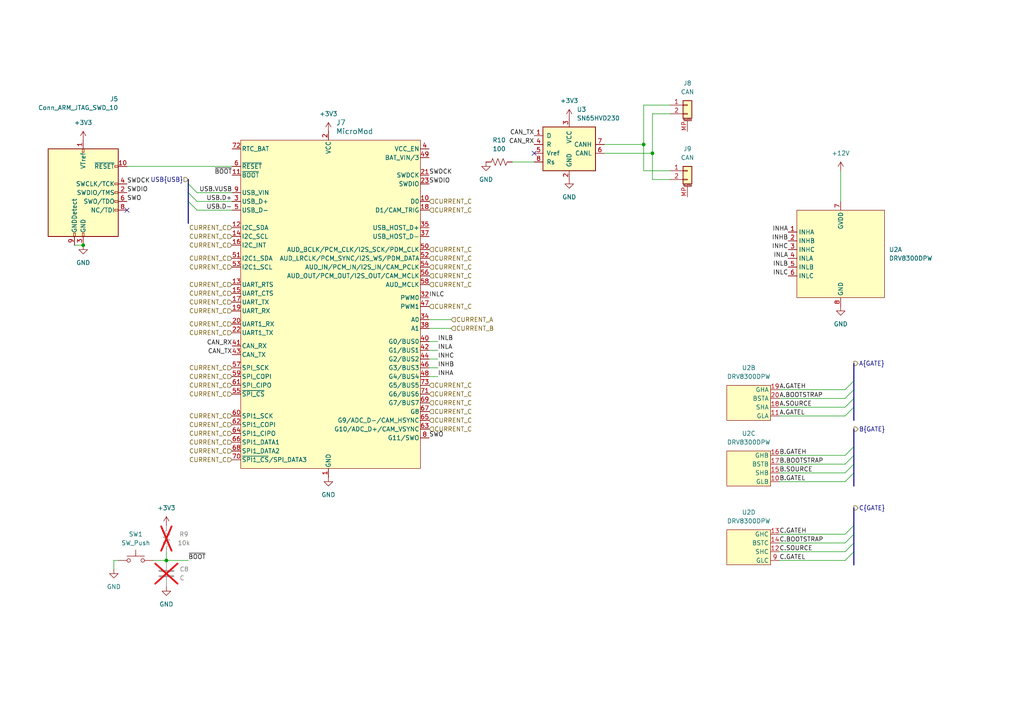
<source format=kicad_sch>
(kicad_sch (version 20231120) (generator "eeschema") (generator_version "8.0")
  (paper "A4")
  (lib_symbols
    (symbol "Connector:Conn_ARM_JTAG_SWD_10" (pin_names (offset 1.016))
      (property "Reference" "J" (at -2.54 16.51 0))
      (property "Value" "Conn_ARM_JTAG_SWD_10" (at -2.54 13.97 0))
      (symbol "Conn_ARM_JTAG_SWD_10_0_1"
        (rectangle (start -10.16 12.7) (end 10.16 -12.7) (stroke (width 0.254)) (fill (type background)))
        (rectangle (start -2.794 -12.7) (end -2.286 -11.684))
        (rectangle (start -0.254 -12.7) (end 0.254 -11.684))
        (rectangle (start -0.254 12.7) (end 0.254 11.684))
        (rectangle (start 9.144 2.286) (end 10.16 2.794))
        (rectangle (start 10.16 -2.794) (end 9.144 -2.286))
        (rectangle (start 10.16 -0.254) (end 9.144 0.254))
        (rectangle (start 10.16 7.874) (end 9.144 7.366))
      )
      (symbol "Conn_ARM_JTAG_SWD_10_1_1"
        (rectangle (start 9.144 -5.334) (end 10.16 -4.826))
        (pin power_in line (at 0 15.24 270) (length 2.54) (name "VTref") (number "1"))
        (pin open_collector line (at 12.7 7.62 180) (length 2.54) (name "~{RESET}") (number "10"))
        (pin bidirectional line (at 12.7 0 180) (length 2.54) (name "SWDIO/TMS") (number "2"))
        (pin power_in line (at 0 -15.24 90) (length 2.54) (name "GND") (number "3"))
        (pin output line (at 12.7 2.54 180) (length 2.54) (name "SWCLK/TCK") (number "4"))
        (pin passive line (at 0 -15.24 90) (length 2.54) hide (name "GND") (number "5"))
        (pin input line (at 12.7 -2.54 180) (length 2.54) (name "SWO/TDO") (number "6"))
        (pin no_connect line (at -10.16 0 0) (length 2.54) hide (name "KEY") (number "7"))
        (pin output line (at 12.7 -5.08 180) (length 2.54) (name "NC/TDI") (number "8"))
        (pin passive line (at -2.54 -15.24 90) (length 2.54) (name "GNDDetect") (number "9"))
      )
    )
    (symbol "Connector_Generic_MountingPin:Conn_01x02_MountingPin" (pin_names (offset 1.016) hide)
      (property "Reference" "J" (at 0 2.54 0))
      (property "Value" "Conn_01x02_MountingPin" (at 1.27 -5.08 0))
      (symbol "Conn_01x02_MountingPin_1_1"
        (rectangle (start -1.27 -2.413) (end 0 -2.667) (stroke (width 0.1524)))
        (rectangle (start -1.27 0.127) (end 0 -0.127) (stroke (width 0.1524)))
        (rectangle (start -1.27 1.27) (end 1.27 -3.81) (stroke (width 0.254)) (fill (type background)))
        (polyline (pts (xy -1.016 -4.572) (xy 1.016 -4.572)) (stroke (width 0.1524)))
        (text "Mounting" (at 0 -4.191 0) (effects (font (size 0.381 0.381))))
        (pin passive line (at -5.08 0 0) (length 3.81) (name "Pin_1") (number "1"))
        (pin passive line (at -5.08 -2.54 0) (length 3.81) (name "Pin_2") (number "2"))
        (pin passive line (at 0 -7.62 90) (length 3.048) (name "MountPin") (number "MP"))
      )
    )
    (symbol "Device:C" (pin_numbers hide) (pin_names (offset 0.254))
      (property "Reference" "C" (at 0.635 2.54 0))
      (property "Value" "C" (at 0.635 -2.54 0))
      (symbol "C_0_1"
        (polyline (pts (xy -2.032 -0.762) (xy 2.032 -0.762)) (stroke (width 0.508)))
        (polyline (pts (xy -2.032 0.762) (xy 2.032 0.762)) (stroke (width 0.508)))
      )
      (symbol "C_1_1"
        (pin passive line (at 0 3.81 270) (length 2.794) (name "~") (number "1"))
        (pin passive line (at 0 -3.81 90) (length 2.794) (name "~") (number "2"))
      )
    )
    (symbol "Device:R_US" (pin_numbers hide) (pin_names (offset 0))
      (property "Reference" "R" (at 2.54 0 90))
      (property "Value" "R_US" (at -2.54 0 90))
      (symbol "R_US_0_1"
        (polyline (pts (xy 0 -2.286) (xy 0 -2.54)))
        (polyline (pts (xy 0 2.286) (xy 0 2.54)))
        (polyline (pts (xy 0 -0.762) (xy 1.016 -1.143) (xy 0 -1.524) (xy -1.016 -1.905) (xy 0 -2.286)))
        (polyline (pts (xy 0 0.762) (xy 1.016 0.381) (xy 0 0) (xy -1.016 -0.381) (xy 0 -0.762)))
        (polyline (pts (xy 0 2.286) (xy 1.016 1.905) (xy 0 1.524) (xy -1.016 1.143) (xy 0 0.762)))
      )
      (symbol "R_US_1_1"
        (pin passive line (at 0 3.81 270) (length 1.27) (name "~") (number "1"))
        (pin passive line (at 0 -3.81 90) (length 1.27) (name "~") (number "2"))
      )
    )
    (symbol "Interface_CAN_LIN:SN65HVD230" (pin_names (offset 1.016))
      (property "Reference" "U" (at -2.54 10.16 0))
      (property "Value" "SN65HVD230" (at -2.54 7.62 0))
      (symbol "SN65HVD230_0_1"
        (rectangle (start -7.62 5.08) (end 7.62 -7.62) (stroke (width 0.254)) (fill (type background)))
      )
      (symbol "SN65HVD230_1_1"
        (pin input line (at -10.16 2.54 0) (length 2.54) (name "D") (number "1"))
        (pin power_in line (at 0 -10.16 90) (length 2.54) (name "GND") (number "2"))
        (pin power_in line (at 0 7.62 270) (length 2.54) (name "VCC") (number "3"))
        (pin output line (at -10.16 0 0) (length 2.54) (name "R") (number "4"))
        (pin output line (at -10.16 -2.54 0) (length 2.54) (name "Vref") (number "5"))
        (pin bidirectional line (at 10.16 -2.54 180) (length 2.54) (name "CANL") (number "6"))
        (pin bidirectional line (at 10.16 0 180) (length 2.54) (name "CANH") (number "7"))
        (pin input line (at -10.16 -5.08 0) (length 2.54) (name "Rs") (number "8"))
      )
    )
    (symbol "SJSU_common:MicroMod" (pin_names (offset 0.254))
      (property "Reference" "J" (at 16.256 12.7 0))
      (property "Value" "MicroMod" (at 16.51 10.16 0))
      (symbol "MicroMod_1_1"
        (rectangle (start -8.89 2.54) (end 43.18 -92.71) (fill (type background)))
        (pin power_out line (at 16.51 -95.25 90) (length 2.54) (name "GND") (number "1"))
        (pin bidirectional line (at 45.72 -15.24 180) (length 2.54) (name "D0") (number "10"))
        (pin open_collector line (at -11.43 -7.62 0) (length 2.54) (name "~{BOOT}") (number "11"))
        (pin bidirectional line (at -11.43 -22.86 0) (length 2.54) (name "I2C_SDA") (number "12"))
        (pin output line (at -11.43 -39.37 0) (length 2.54) (name "UART_RTS") (number "13"))
        (pin bidirectional line (at -11.43 -25.4 0) (length 2.54) (name "I2C_SCL") (number "14"))
        (pin input line (at -11.43 -41.91 0) (length 2.54) (name "UART_CTS") (number "15"))
        (pin open_collector line (at -11.43 -27.94 0) (length 2.54) (name "I2C_INT") (number "16"))
        (pin output line (at -11.43 -44.45 0) (length 2.54) (name "UART_TX") (number "17"))
        (pin bidirectional line (at 45.72 -17.78 180) (length 2.54) (name "D1/CAM_TRIG") (number "18"))
        (pin input line (at -11.43 -46.99 0) (length 2.54) (name "UART_RX") (number "19"))
        (pin power_in line (at 16.51 5.08 270) (length 2.54) (name "VCC") (number "2"))
        (pin input line (at -11.43 -50.8 0) (length 2.54) (name "UART1_RX") (number "20"))
        (pin input line (at 45.72 -7.62 180) (length 2.54) (name "SWDCK") (number "21"))
        (pin output line (at -11.43 -53.34 0) (length 2.54) (name "UART1_TX") (number "22"))
        (pin output line (at 45.72 -10.16 180) (length 2.54) (name "SWDIO") (number "23"))
        (pin bidirectional line (at -11.43 -15.24 0) (length 2.54) (name "USB_D+") (number "3"))
        (pin output line (at 45.72 -43.18 180) (length 2.54) (name "PWM0") (number "32"))
        (pin power_out line (at 16.51 -95.25 90) (length 2.54) hide (name "GND") (number "33"))
        (pin output line (at 45.72 -49.53 180) (length 2.54) (name "A0") (number "34"))
        (pin bidirectional line (at 45.72 -22.86 180) (length 2.54) (name "USB_HOST_D+") (number "35"))
        (pin power_out line (at 16.51 -95.25 90) (length 2.54) hide (name "GND") (number "36"))
        (pin bidirectional line (at 45.72 -25.4 180) (length 2.54) (name "USB_HOST_D-") (number "37"))
        (pin output line (at 45.72 -52.07 180) (length 2.54) (name "A1") (number "38"))
        (pin power_out line (at 16.51 -95.25 90) (length 2.54) hide (name "GND") (number "39"))
        (pin output line (at 45.72 0 180) (length 2.54) (name "VCC_EN") (number "4"))
        (pin bidirectional line (at 45.72 -55.88 180) (length 2.54) (name "G0/BUS0") (number "40"))
        (pin input line (at -11.43 -57.15 0) (length 2.54) (name "CAN_RX") (number "41"))
        (pin bidirectional line (at 45.72 -58.42 180) (length 2.54) (name "G1/BUS1") (number "42"))
        (pin output line (at -11.43 -59.69 0) (length 2.54) (name "CAN_TX") (number "43"))
        (pin bidirectional line (at 45.72 -60.96 180) (length 2.54) (name "G2/BUS2") (number "44"))
        (pin power_out line (at 16.51 -95.25 90) (length 2.54) hide (name "GND") (number "45"))
        (pin bidirectional line (at 45.72 -63.5 180) (length 2.54) (name "G3/BUS3") (number "46"))
        (pin output line (at 45.72 -45.72 180) (length 2.54) (name "PWM1") (number "47"))
        (pin bidirectional line (at 45.72 -66.04 180) (length 2.54) (name "G4/BUS4") (number "48"))
        (pin input line (at 45.72 -2.54 180) (length 2.54) (name "BAT_VIN/3") (number "49"))
        (pin bidirectional line (at -11.43 -17.78 0) (length 2.54) (name "USB_D-") (number "5"))
        (pin bidirectional line (at 45.72 -29.21 180) (length 2.54) (name "AUD_BCLK/PCM_CLK/I2S_SCK/PDM_CLK") (number "50"))
        (pin bidirectional line (at -11.43 -31.75 0) (length 2.54) (name "I2C1_SDA") (number "51"))
        (pin bidirectional line (at 45.72 -31.75 180) (length 2.54) (name "AUD_LRCLK/PCM_SYNC/I2S_WS/PDM_DATA") (number "52"))
        (pin bidirectional line (at -11.43 -34.29 0) (length 2.54) (name "I2C1_SCL") (number "53"))
        (pin input line (at 45.72 -34.29 180) (length 2.54) (name "AUD_IN/PCM_IN/I2S_IN/CAM_PCLK") (number "54"))
        (pin output line (at -11.43 -71.12 0) (length 2.54) (name "~{SPI_CS}") (number "55"))
        (pin output line (at 45.72 -36.83 180) (length 2.54) (name "AUD_OUT/PCM_OUT/I2S_OUT/CAM_MCLK") (number "56"))
        (pin output line (at -11.43 -63.5 0) (length 2.54) (name "SPI_SCK") (number "57"))
        (pin output line (at 45.72 -39.37 180) (length 2.54) (name "AUD_MCLK") (number "58"))
        (pin output line (at -11.43 -66.04 0) (length 2.54) (name "SPI_COPI") (number "59"))
        (pin open_collector line (at -11.43 -5.08 0) (length 2.54) (name "~{RESET}") (number "6"))
        (pin output line (at -11.43 -77.47 0) (length 2.54) (name "SPI1_SCK") (number "60"))
        (pin output line (at -11.43 -68.58 0) (length 2.54) (name "SPI_CIPO") (number "61"))
        (pin output line (at -11.43 -80.01 0) (length 2.54) (name "SPI1_COPI") (number "62"))
        (pin bidirectional line (at 45.72 -81.28 180) (length 2.54) (name "G10/ADC_D+/CAM_VSYNC") (number "63"))
        (pin output line (at -11.43 -82.55 0) (length 2.54) (name "SPI1_CIPO") (number "64"))
        (pin bidirectional line (at 45.72 -78.74 180) (length 2.54) (name "G9/ADC_D-/CAM_HSYNC") (number "65"))
        (pin output line (at -11.43 -85.09 0) (length 2.54) (name "SPI1_DATA1") (number "66"))
        (pin bidirectional line (at 45.72 -76.2 180) (length 2.54) (name "G8") (number "67"))
        (pin output line (at -11.43 -87.63 0) (length 2.54) (name "SPI1_DATA2") (number "68"))
        (pin bidirectional line (at 45.72 -73.66 180) (length 2.54) (name "G7/BUS7") (number "69"))
        (pin power_out line (at 16.51 -95.25 90) (length 2.54) hide (name "GND") (number "7"))
        (pin bidirectional line (at -11.43 -90.17 0) (length 2.54) (name "~{SPI1_CS}/SPI_DATA3") (number "70"))
        (pin bidirectional line (at 45.72 -71.12 180) (length 2.54) (name "G6/BUS6") (number "71"))
        (pin power_in line (at -11.43 0 0) (length 2.54) (name "RTC_BAT") (number "72"))
        (pin bidirectional line (at 45.72 -68.58 180) (length 2.54) (name "G5/BUS5") (number "73"))
        (pin power_in line (at 16.51 5.08 270) (length 2.54) hide (name "VCC") (number "74"))
        (pin power_out line (at 16.51 -95.25 90) (length 2.54) hide (name "GND") (number "75"))
        (pin bidirectional line (at 45.72 -83.82 180) (length 2.54) (name "G11/SWO") (number "8"))
        (pin power_in line (at -11.43 -12.7 0) (length 2.54) (name "USB_VIN") (number "9"))
        (pin power_out line (at 16.51 -95.25 90) (length 2.54) hide (name "GND") (number "S1"))
        (pin power_out line (at 16.51 -95.25 90) (length 2.54) hide (name "GND") (number "S2"))
        (pin power_out line (at 16.51 -95.25 90) (length 2.54) hide (name "GND") (number "S3"))
      )
      (symbol "MicroMod_1_2"
        (polyline (pts (xy 5.08 -86.36) (xy 12.7 -86.36)) (stroke (width 0.127)))
        (polyline (pts (xy 5.08 2.54) (xy 5.08 -86.36)) (stroke (width 0.127)))
        (polyline (pts (xy 7.62 -83.82) (xy 5.08 -83.82)) (stroke (width 0.127)))
        (polyline (pts (xy 7.62 -83.82) (xy 8.89 -84.6667)) (stroke (width 0.127)))
        (polyline (pts (xy 7.62 -83.82) (xy 8.89 -82.9733)) (stroke (width 0.127)))
        (polyline (pts (xy 7.62 -81.28) (xy 5.08 -81.28)) (stroke (width 0.127)))
        (polyline (pts (xy 7.62 -81.28) (xy 8.89 -82.1267)) (stroke (width 0.127)))
        (polyline (pts (xy 7.62 -81.28) (xy 8.89 -80.4333)) (stroke (width 0.127)))
        (polyline (pts (xy 7.62 -78.74) (xy 5.08 -78.74)) (stroke (width 0.127)))
        (polyline (pts (xy 7.62 -78.74) (xy 8.89 -79.5867)) (stroke (width 0.127)))
        (polyline (pts (xy 7.62 -78.74) (xy 8.89 -77.8933)) (stroke (width 0.127)))
        (polyline (pts (xy 7.62 -76.2) (xy 5.08 -76.2)) (stroke (width 0.127)))
        (polyline (pts (xy 7.62 -76.2) (xy 8.89 -77.0467)) (stroke (width 0.127)))
        (polyline (pts (xy 7.62 -76.2) (xy 8.89 -75.3533)) (stroke (width 0.127)))
        (polyline (pts (xy 7.62 -73.66) (xy 5.08 -73.66)) (stroke (width 0.127)))
        (polyline (pts (xy 7.62 -73.66) (xy 8.89 -74.5067)) (stroke (width 0.127)))
        (polyline (pts (xy 7.62 -73.66) (xy 8.89 -72.8133)) (stroke (width 0.127)))
        (polyline (pts (xy 7.62 -71.12) (xy 5.08 -71.12)) (stroke (width 0.127)))
        (polyline (pts (xy 7.62 -71.12) (xy 8.89 -71.9667)) (stroke (width 0.127)))
        (polyline (pts (xy 7.62 -71.12) (xy 8.89 -70.2733)) (stroke (width 0.127)))
        (polyline (pts (xy 7.62 -68.58) (xy 5.08 -68.58)) (stroke (width 0.127)))
        (polyline (pts (xy 7.62 -68.58) (xy 8.89 -69.4267)) (stroke (width 0.127)))
        (polyline (pts (xy 7.62 -68.58) (xy 8.89 -67.7333)) (stroke (width 0.127)))
        (polyline (pts (xy 7.62 -66.04) (xy 5.08 -66.04)) (stroke (width 0.127)))
        (polyline (pts (xy 7.62 -66.04) (xy 8.89 -66.8867)) (stroke (width 0.127)))
        (polyline (pts (xy 7.62 -66.04) (xy 8.89 -65.1933)) (stroke (width 0.127)))
        (polyline (pts (xy 7.62 -63.5) (xy 5.08 -63.5)) (stroke (width 0.127)))
        (polyline (pts (xy 7.62 -63.5) (xy 8.89 -64.3467)) (stroke (width 0.127)))
        (polyline (pts (xy 7.62 -63.5) (xy 8.89 -62.6533)) (stroke (width 0.127)))
        (polyline (pts (xy 7.62 -60.96) (xy 5.08 -60.96)) (stroke (width 0.127)))
        (polyline (pts (xy 7.62 -60.96) (xy 8.89 -61.8067)) (stroke (width 0.127)))
        (polyline (pts (xy 7.62 -60.96) (xy 8.89 -60.1133)) (stroke (width 0.127)))
        (polyline (pts (xy 7.62 -58.42) (xy 5.08 -58.42)) (stroke (width 0.127)))
        (polyline (pts (xy 7.62 -58.42) (xy 8.89 -59.2667)) (stroke (width 0.127)))
        (polyline (pts (xy 7.62 -58.42) (xy 8.89 -57.5733)) (stroke (width 0.127)))
        (polyline (pts (xy 7.62 -55.88) (xy 5.08 -55.88)) (stroke (width 0.127)))
        (polyline (pts (xy 7.62 -55.88) (xy 8.89 -56.7267)) (stroke (width 0.127)))
        (polyline (pts (xy 7.62 -55.88) (xy 8.89 -55.0333)) (stroke (width 0.127)))
        (polyline (pts (xy 7.62 -53.34) (xy 5.08 -53.34)) (stroke (width 0.127)))
        (polyline (pts (xy 7.62 -53.34) (xy 8.89 -54.1867)) (stroke (width 0.127)))
        (polyline (pts (xy 7.62 -53.34) (xy 8.89 -52.4933)) (stroke (width 0.127)))
        (polyline (pts (xy 7.62 -50.8) (xy 5.08 -50.8)) (stroke (width 0.127)))
        (polyline (pts (xy 7.62 -50.8) (xy 8.89 -51.6467)) (stroke (width 0.127)))
        (polyline (pts (xy 7.62 -50.8) (xy 8.89 -49.9533)) (stroke (width 0.127)))
        (polyline (pts (xy 7.62 -48.26) (xy 5.08 -48.26)) (stroke (width 0.127)))
        (polyline (pts (xy 7.62 -48.26) (xy 8.89 -49.1067)) (stroke (width 0.127)))
        (polyline (pts (xy 7.62 -48.26) (xy 8.89 -47.4133)) (stroke (width 0.127)))
        (polyline (pts (xy 7.62 -45.72) (xy 5.08 -45.72)) (stroke (width 0.127)))
        (polyline (pts (xy 7.62 -45.72) (xy 8.89 -46.5667)) (stroke (width 0.127)))
        (polyline (pts (xy 7.62 -45.72) (xy 8.89 -44.8733)) (stroke (width 0.127)))
        (polyline (pts (xy 7.62 -43.18) (xy 5.08 -43.18)) (stroke (width 0.127)))
        (polyline (pts (xy 7.62 -43.18) (xy 8.89 -44.0267)) (stroke (width 0.127)))
        (polyline (pts (xy 7.62 -43.18) (xy 8.89 -42.3333)) (stroke (width 0.127)))
        (polyline (pts (xy 7.62 -40.64) (xy 5.08 -40.64)) (stroke (width 0.127)))
        (polyline (pts (xy 7.62 -40.64) (xy 8.89 -41.4867)) (stroke (width 0.127)))
        (polyline (pts (xy 7.62 -40.64) (xy 8.89 -39.7933)) (stroke (width 0.127)))
        (polyline (pts (xy 7.62 -38.1) (xy 5.08 -38.1)) (stroke (width 0.127)))
        (polyline (pts (xy 7.62 -38.1) (xy 8.89 -38.9467)) (stroke (width 0.127)))
        (polyline (pts (xy 7.62 -38.1) (xy 8.89 -37.2533)) (stroke (width 0.127)))
        (polyline (pts (xy 7.62 -35.56) (xy 5.08 -35.56)) (stroke (width 0.127)))
        (polyline (pts (xy 7.62 -35.56) (xy 8.89 -36.4067)) (stroke (width 0.127)))
        (polyline (pts (xy 7.62 -35.56) (xy 8.89 -34.7133)) (stroke (width 0.127)))
        (polyline (pts (xy 7.62 -33.02) (xy 5.08 -33.02)) (stroke (width 0.127)))
        (polyline (pts (xy 7.62 -33.02) (xy 8.89 -33.8667)) (stroke (width 0.127)))
        (polyline (pts (xy 7.62 -33.02) (xy 8.89 -32.1733)) (stroke (width 0.127)))
        (polyline (pts (xy 7.62 -30.48) (xy 5.08 -30.48)) (stroke (width 0.127)))
        (polyline (pts (xy 7.62 -30.48) (xy 8.89 -31.3267)) (stroke (width 0.127)))
        (polyline (pts (xy 7.62 -30.48) (xy 8.89 -29.6333)) (stroke (width 0.127)))
        (polyline (pts (xy 7.62 -27.94) (xy 5.08 -27.94)) (stroke (width 0.127)))
        (polyline (pts (xy 7.62 -27.94) (xy 8.89 -28.7867)) (stroke (width 0.127)))
        (polyline (pts (xy 7.62 -27.94) (xy 8.89 -27.0933)) (stroke (width 0.127)))
        (polyline (pts (xy 7.62 -25.4) (xy 5.08 -25.4)) (stroke (width 0.127)))
        (polyline (pts (xy 7.62 -25.4) (xy 8.89 -26.2467)) (stroke (width 0.127)))
        (polyline (pts (xy 7.62 -25.4) (xy 8.89 -24.5533)) (stroke (width 0.127)))
        (polyline (pts (xy 7.62 -22.86) (xy 5.08 -22.86)) (stroke (width 0.127)))
        (polyline (pts (xy 7.62 -22.86) (xy 8.89 -23.7067)) (stroke (width 0.127)))
        (polyline (pts (xy 7.62 -22.86) (xy 8.89 -22.0133)) (stroke (width 0.127)))
        (polyline (pts (xy 7.62 -20.32) (xy 5.08 -20.32)) (stroke (width 0.127)))
        (polyline (pts (xy 7.62 -20.32) (xy 8.89 -21.1667)) (stroke (width 0.127)))
        (polyline (pts (xy 7.62 -20.32) (xy 8.89 -19.4733)) (stroke (width 0.127)))
        (polyline (pts (xy 7.62 -17.78) (xy 5.08 -17.78)) (stroke (width 0.127)))
        (polyline (pts (xy 7.62 -17.78) (xy 8.89 -18.6267)) (stroke (width 0.127)))
        (polyline (pts (xy 7.62 -17.78) (xy 8.89 -16.9333)) (stroke (width 0.127)))
        (polyline (pts (xy 7.62 -15.24) (xy 5.08 -15.24)) (stroke (width 0.127)))
        (polyline (pts (xy 7.62 -15.24) (xy 8.89 -16.0867)) (stroke (width 0.127)))
        (polyline (pts (xy 7.62 -15.24) (xy 8.89 -14.3933)) (stroke (width 0.127)))
        (polyline (pts (xy 7.62 -12.7) (xy 5.08 -12.7)) (stroke (width 0.127)))
        (polyline (pts (xy 7.62 -12.7) (xy 8.89 -13.5467)) (stroke (width 0.127)))
        (polyline (pts (xy 7.62 -12.7) (xy 8.89 -11.8533)) (stroke (width 0.127)))
        (polyline (pts (xy 7.62 -10.16) (xy 5.08 -10.16)) (stroke (width 0.127)))
        (polyline (pts (xy 7.62 -10.16) (xy 8.89 -11.0067)) (stroke (width 0.127)))
        (polyline (pts (xy 7.62 -10.16) (xy 8.89 -9.3133)) (stroke (width 0.127)))
        (polyline (pts (xy 7.62 -7.62) (xy 5.08 -7.62)) (stroke (width 0.127)))
        (polyline (pts (xy 7.62 -7.62) (xy 8.89 -8.4667)) (stroke (width 0.127)))
        (polyline (pts (xy 7.62 -7.62) (xy 8.89 -6.7733)) (stroke (width 0.127)))
        (polyline (pts (xy 7.62 -5.08) (xy 5.08 -5.08)) (stroke (width 0.127)))
        (polyline (pts (xy 7.62 -5.08) (xy 8.89 -5.9267)) (stroke (width 0.127)))
        (polyline (pts (xy 7.62 -5.08) (xy 8.89 -4.2333)) (stroke (width 0.127)))
        (polyline (pts (xy 7.62 -2.54) (xy 5.08 -2.54)) (stroke (width 0.127)))
        (polyline (pts (xy 7.62 -2.54) (xy 8.89 -3.3867)) (stroke (width 0.127)))
        (polyline (pts (xy 7.62 -2.54) (xy 8.89 -1.6933)) (stroke (width 0.127)))
        (polyline (pts (xy 7.62 0) (xy 5.08 0)) (stroke (width 0.127)))
        (polyline (pts (xy 7.62 0) (xy 8.89 -0.8467)) (stroke (width 0.127)))
        (polyline (pts (xy 7.62 0) (xy 8.89 0.8467)) (stroke (width 0.127)))
        (polyline (pts (xy 12.7 -86.36) (xy 12.7 2.54)) (stroke (width 0.127)))
        (polyline (pts (xy 12.7 2.54) (xy 5.08 2.54)) (stroke (width 0.127)))
      )
    )
    (symbol "Switch:SW_Push" (pin_numbers hide) (pin_names (offset 1.016) hide)
      (property "Reference" "SW" (at 1.27 2.54 0))
      (property "Value" "SW_Push" (at 0 -1.524 0))
      (symbol "SW_Push_0_1"
        (circle (center -2.032 0) (radius 0.508))
        (polyline (pts (xy 0 1.27) (xy 0 3.048)))
        (polyline (pts (xy 2.54 1.27) (xy -2.54 1.27)))
        (circle (center 2.032 0) (radius 0.508))
        (pin passive line (at -5.08 0 0) (length 2.54) (name "1") (number "1"))
        (pin passive line (at 5.08 0 180) (length 2.54) (name "2") (number "2"))
      )
    )
    (symbol "power:+12V" (power) (pin_numbers hide) (pin_names (offset 0) hide)
      (property "Value" "+12V" (at 0 3.556 0))
      (symbol "+12V_0_1"
        (polyline (pts (xy -0.762 1.27) (xy 0 2.54)))
        (polyline (pts (xy 0 0) (xy 0 2.54)))
        (polyline (pts (xy 0 2.54) (xy 0.762 1.27)))
      )
      (symbol "+12V_1_1"
        (pin power_in line (at 0 0 90) (length 0) (name "~") (number "1"))
      )
    )
    (symbol "power:+3V3" (power) (pin_numbers hide) (pin_names (offset 0) hide)
      (property "Value" "+3V3" (at 0 3.556 0))
      (symbol "+3V3_0_1"
        (polyline (pts (xy -0.762 1.27) (xy 0 2.54)))
        (polyline (pts (xy 0 0) (xy 0 2.54)))
        (polyline (pts (xy 0 2.54) (xy 0.762 1.27)))
      )
      (symbol "+3V3_1_1"
        (pin power_in line (at 0 0 90) (length 0) (name "~") (number "1"))
      )
    )
    (symbol "power:GND" (power) (pin_numbers hide) (pin_names (offset 0) hide)
      (property "Value" "GND" (at 0 -3.81 0))
      (symbol "GND_0_1"
        (polyline (pts (xy 0 0) (xy 0 -1.27) (xy 1.27 -1.27) (xy 0 -2.54) (xy -1.27 -1.27) (xy 0 -1.27)))
      )
      (symbol "GND_1_1"
        (pin power_in line (at 0 0 270) (length 0) (name "~") (number "1"))
      )
    )
    (symbol "symbols:DRV8300DPWR"
      (property "Reference" "U" (at 0.254 6.858 0))
      (property "Value" "DRV8300DRGER" (at 0.254 5.08 0))
      (symbol "DRV8300DPWR_1_1"
        (rectangle (start -12.7 3.81) (end 12.7 -21.59) (fill (type background)))
        (pin input line (at -15.24 -2.54 0) (length 2.54) (name "INHA") (number "1"))
        (pin input line (at -15.24 -5.08 0) (length 2.54) (name "INHB") (number "2"))
        (pin input line (at -15.24 -7.62 0) (length 2.54) (name "INHC") (number "3"))
        (pin input line (at -15.24 -10.16 0) (length 2.54) (name "INLA") (number "4"))
        (pin input line (at -15.24 -12.7 0) (length 2.54) (name "INLB") (number "5"))
        (pin input line (at -15.24 -15.24 0) (length 2.54) (name "INLC") (number "6"))
        (pin power_in line (at 0 6.35 270) (length 2.54) (name "GVDD") (number "7"))
        (pin power_out line (at 0 -24.13 90) (length 2.54) (name "GND") (number "8"))
      )
      (symbol "DRV8300DPWR_2_1"
        (rectangle (start -6.35 2.54) (end 6.35 -7.62) (fill (type background)))
        (pin output line (at 8.89 -6.35 180) (length 2.54) (name "GLA") (number "11"))
        (pin output line (at 8.89 -3.81 180) (length 2.54) (name "SHA") (number "18"))
        (pin output line (at 8.89 1.27 180) (length 2.54) (name "GHA") (number "19"))
        (pin output line (at 8.89 -1.27 180) (length 2.54) (name "BSTA") (number "20"))
      )
      (symbol "DRV8300DPWR_3_1"
        (rectangle (start -6.35 2.54) (end 6.35 -7.62) (fill (type background)))
        (pin output line (at 8.89 -6.35 180) (length 2.54) (name "GLB") (number "10"))
        (pin output line (at 8.89 -3.81 180) (length 2.54) (name "SHB") (number "15"))
        (pin output line (at 8.89 1.27 180) (length 2.54) (name "GHB") (number "16"))
        (pin output line (at 8.89 -1.27 180) (length 2.54) (name "BSTB") (number "17"))
      )
      (symbol "DRV8300DPWR_4_1"
        (rectangle (start -6.35 2.54) (end 6.35 -7.62) (fill (type background)))
        (pin output line (at 8.89 -3.81 180) (length 2.54) (name "SHC") (number "12"))
        (pin output line (at 8.89 1.27 180) (length 2.54) (name "GHC") (number "13"))
        (pin output line (at 8.89 -1.27 180) (length 2.54) (name "BSTC") (number "14"))
        (pin output line (at 8.89 -6.35 180) (length 2.54) (name "GLC") (number "9"))
      )
    )
  )
  (bus_alias "GATEBUS" (members "AH" "AL" "BH" "BL" "CH" "CL"))
  (junction (at 189.23 44.45))
  (junction (at 48.26 162.56))
  (junction (at 24.13 71.12))
  (junction (at 186.69 41.91))
  (no_connect (at 154.94 44.45))
  (no_connect (at 36.83 60.96))
  (bus_entry (at 247.65 137.16) (size -2.54 2.54))
  (bus_entry (at 247.65 129.54) (size -2.54 2.54))
  (bus_entry (at 247.65 152.4) (size -2.54 2.54))
  (bus_entry (at 247.65 160.02) (size -2.54 2.54))
  (bus_entry (at 247.65 132.08) (size -2.54 2.54))
  (bus_entry (at 247.65 154.94) (size -2.54 2.54))
  (bus_entry (at 247.65 115.57) (size -2.54 2.54))
  (bus_entry (at 247.65 113.03) (size -2.54 2.54))
  (bus_entry (at 54.61 58.42) (size 2.54 2.54))
  (bus_entry (at 247.65 118.11) (size -2.54 2.54))
  (bus_entry (at 54.61 55.88) (size 2.54 2.54))
  (bus_entry (at 247.65 110.49) (size -2.54 2.54))
  (bus_entry (at 247.65 157.48) (size -2.54 2.54))
  (bus_entry (at 247.65 134.62) (size -2.54 2.54))
  (bus_entry (at 54.61 53.34) (size 2.54 2.54))
  (wire (pts (xy 36.83 48.26) (xy 67.31 48.26)))
  (bus (pts (xy 54.61 52.07) (xy 54.61 53.34)))
  (bus (pts (xy 247.65 157.48) (xy 247.65 160.02)))
  (wire (pts (xy 175.26 41.91) (xy 186.69 41.91)))
  (wire (pts (xy 67.31 55.88) (xy 57.15 55.88)))
  (wire (pts (xy 189.23 44.45) (xy 189.23 52.07)))
  (wire (pts (xy 194.31 33.02) (xy 189.23 33.02)))
  (wire (pts (xy 127 106.68) (xy 124.46 106.68)))
  (wire (pts (xy 124.46 95.25) (xy 130.81 95.25)))
  (wire (pts (xy 189.23 52.07) (xy 194.31 52.07)))
  (wire (pts (xy 226.06 139.7) (xy 245.11 139.7)))
  (bus (pts (xy 247.65 124.46) (xy 247.65 129.54)))
  (wire (pts (xy 226.06 157.48) (xy 245.11 157.48)))
  (wire (pts (xy 21.59 71.12) (xy 24.13 71.12)))
  (bus (pts (xy 54.61 53.34) (xy 54.61 55.88)))
  (bus (pts (xy 247.65 113.03) (xy 247.65 115.57)))
  (wire (pts (xy 226.06 113.03) (xy 245.11 113.03)))
  (wire (pts (xy 194.31 30.48) (xy 186.69 30.48)))
  (wire (pts (xy 33.02 162.56) (xy 34.29 162.56)))
  (wire (pts (xy 243.84 49.53) (xy 243.84 58.42)))
  (wire (pts (xy 186.69 41.91) (xy 186.69 49.53)))
  (bus (pts (xy 247.65 147.32) (xy 247.65 152.4)))
  (wire (pts (xy 226.06 160.02) (xy 245.11 160.02)))
  (wire (pts (xy 226.06 154.94) (xy 245.11 154.94)))
  (bus (pts (xy 247.65 137.16) (xy 247.65 140.97)))
  (bus (pts (xy 247.65 118.11) (xy 247.65 121.92)))
  (wire (pts (xy 226.06 137.16) (xy 245.11 137.16)))
  (wire (pts (xy 226.06 115.57) (xy 245.11 115.57)))
  (bus (pts (xy 54.61 58.42) (xy 54.61 64.77)))
  (wire (pts (xy 127 104.14) (xy 124.46 104.14)))
  (wire (pts (xy 48.26 162.56) (xy 44.45 162.56)))
  (wire (pts (xy 189.23 33.02) (xy 189.23 44.45)))
  (bus (pts (xy 247.65 152.4) (xy 247.65 154.94)))
  (bus (pts (xy 247.65 110.49) (xy 247.65 113.03)))
  (wire (pts (xy 67.31 60.96) (xy 57.15 60.96)))
  (wire (pts (xy 124.46 92.71) (xy 130.81 92.71)))
  (wire (pts (xy 226.06 132.08) (xy 245.11 132.08)))
  (bus (pts (xy 54.61 55.88) (xy 54.61 58.42)))
  (bus (pts (xy 247.65 115.57) (xy 247.65 118.11)))
  (wire (pts (xy 33.02 165.1) (xy 33.02 162.56)))
  (wire (pts (xy 226.06 162.56) (xy 245.11 162.56)))
  (bus (pts (xy 247.65 132.08) (xy 247.65 134.62)))
  (bus (pts (xy 247.65 134.62) (xy 247.65 137.16)))
  (wire (pts (xy 67.31 58.42) (xy 57.15 58.42)))
  (wire (pts (xy 226.06 118.11) (xy 245.11 118.11)))
  (bus (pts (xy 247.65 129.54) (xy 247.65 132.08)))
  (wire (pts (xy 226.06 134.62) (xy 245.11 134.62)))
  (wire (pts (xy 226.06 120.65) (xy 245.11 120.65)))
  (bus (pts (xy 247.65 154.94) (xy 247.65 157.48)))
  (bus (pts (xy 247.65 105.41) (xy 247.65 110.49)))
  (wire (pts (xy 48.26 160.02) (xy 48.26 162.56)))
  (wire (pts (xy 127 109.22) (xy 124.46 109.22)))
  (wire (pts (xy 186.69 49.53) (xy 194.31 49.53)))
  (wire (pts (xy 54.61 162.56) (xy 48.26 162.56)))
  (bus (pts (xy 247.65 160.02) (xy 247.65 163.83)))
  (wire (pts (xy 175.26 44.45) (xy 189.23 44.45)))
  (wire (pts (xy 127 101.6) (xy 124.46 101.6)))
  (wire (pts (xy 186.69 30.48) (xy 186.69 41.91)))
  (wire (pts (xy 127 99.06) (xy 124.46 99.06)))
  (wire (pts (xy 148.59 46.99) (xy 154.94 46.99)))
  (label "B.BOOTSTRAP" (at 226.06 134.62 0))
  (label "INLB" (at 127 99.06 0))
  (label "SWDIO" (at 36.83 55.88 0))
  (label "INHB" (at 127 106.68 0))
  (label "SWDCK" (at 124.46 50.8 0))
  (label "A.SOURCE" (at 226.06 118.11 0))
  (label "USB.D+" (at 67.31 58.42 180))
  (label "C.BOOTSTRAP" (at 226.06 157.48 0))
  (label "INLC" (at 228.6 80.01 180))
  (label "SWO" (at 124.46 127 0))
  (label "SWO" (at 36.83 58.42 0))
  (label "C.SOURCE" (at 226.06 160.02 0))
  (label "~{BOOT}" (at 54.61 162.56 0))
  (label "A.GATEL" (at 226.06 120.65 0))
  (label "C.GATEH" (at 226.06 154.94 0))
  (label "C.GATEL" (at 226.06 162.56 0))
  (label "INHB" (at 228.6 69.85 180))
  (label "INHC" (at 228.6 72.39 180))
  (label "CAN_TX" (at 67.31 102.87 180))
  (label "CAN_RX" (at 154.94 41.91 180))
  (label "INHC" (at 127 104.14 0))
  (label "~{BOOT}" (at 67.31 50.8 180))
  (label "SWDIO" (at 124.46 53.34 0))
  (label "INLB" (at 228.6 77.47 180))
  (label "A.BOOTSTRAP" (at 226.06 115.57 0))
  (label "CAN_RX" (at 67.31 100.33 180))
  (label "INLA" (at 127 101.6 0))
  (label "SWDCK" (at 36.83 53.34 0))
  (label "INHA" (at 127 109.22 0))
  (label "B.SOURCE" (at 226.06 137.16 0))
  (label "USB.D-" (at 67.31 60.96 180))
  (label "INLC" (at 124.46 86.36 0))
  (label "B.GATEL" (at 226.06 139.7 0))
  (label "CAN_TX" (at 154.94 39.37 180))
  (label "A.GATEH" (at 226.06 113.03 0))
  (label "USB.VUSB" (at 67.31 55.88 180))
  (label "B.GATEH" (at 226.06 132.08 0))
  (label "INLA" (at 228.6 74.93 180))
  (label "INHA" (at 228.6 67.31 180))
  (hierarchical_label "C{GATE}" (shape output) (at 247.65 147.32 0))
  (hierarchical_label "CURRENT_C" (shape input) (at 124.46 124.46 0))
  (hierarchical_label "CURRENT_C" (shape input) (at 124.46 88.9 0))
  (hierarchical_label "CURRENT_C" (shape input) (at 67.31 66.04 180))
  (hierarchical_label "CURRENT_C" (shape input) (at 67.31 120.65 180))
  (hierarchical_label "CURRENT_C" (shape input) (at 124.46 77.47 0))
  (hierarchical_label "CURRENT_C" (shape input) (at 124.46 74.93 0))
  (hierarchical_label "CURRENT_C" (shape input) (at 67.31 109.22 180))
  (hierarchical_label "CURRENT_C" (shape input) (at 67.31 93.98 180))
  (hierarchical_label "CURRENT_C" (shape input) (at 67.31 87.63 180))
  (hierarchical_label "CURRENT_C" (shape input) (at 67.31 68.58 180))
  (hierarchical_label "CURRENT_C" (shape input) (at 67.31 106.68 180))
  (hierarchical_label "CURRENT_C" (shape input) (at 67.31 114.3 180))
  (hierarchical_label "CURRENT_C" (shape input) (at 67.31 71.12 180))
  (hierarchical_label "CURRENT_C" (shape input) (at 67.31 85.09 180))
  (hierarchical_label "CURRENT_C" (shape input) (at 67.31 130.81 180))
  (hierarchical_label "CURRENT_C" (shape input) (at 124.46 111.76 0))
  (hierarchical_label "CURRENT_C" (shape input) (at 67.31 125.73 180))
  (hierarchical_label "CURRENT_C" (shape input) (at 124.46 80.01 0))
  (hierarchical_label "CURRENT_C" (shape input) (at 124.46 72.39 0))
  (hierarchical_label "A{GATE}" (shape output) (at 247.65 105.41 0))
  (hierarchical_label "CURRENT_C" (shape input) (at 67.31 90.17 180))
  (hierarchical_label "CURRENT_C" (shape input) (at 124.46 60.96 0))
  (hierarchical_label "CURRENT_A" (shape input) (at 130.81 92.71 0))
  (hierarchical_label "CURRENT_C" (shape input) (at 124.46 116.84 0))
  (hierarchical_label "B{GATE}" (shape output) (at 247.65 124.46 0))
  (hierarchical_label "CURRENT_C" (shape input) (at 67.31 82.55 180))
  (hierarchical_label "CURRENT_C" (shape input) (at 67.31 77.47 180))
  (hierarchical_label "CURRENT_C" (shape input) (at 67.31 133.35 180))
  (hierarchical_label "CURRENT_C" (shape input) (at 124.46 114.3 0))
  (hierarchical_label "CURRENT_C" (shape input) (at 124.46 121.92 0))
  (hierarchical_label "CURRENT_C" (shape input) (at 67.31 111.76 180))
  (hierarchical_label "CURRENT_C" (shape input) (at 124.46 119.38 0))
  (hierarchical_label "CURRENT_C" (shape input) (at 124.46 58.42 0))
  (hierarchical_label "CURRENT_B" (shape input) (at 130.81 95.25 0))
  (hierarchical_label "CURRENT_C" (shape input) (at 67.31 74.93 180))
  (hierarchical_label "CURRENT_C" (shape input) (at 67.31 96.52 180))
  (hierarchical_label "USB{USB}" (shape input) (at 54.61 52.07 180))
  (hierarchical_label "CURRENT_C" (shape input) (at 124.46 82.55 0))
  (hierarchical_label "CURRENT_C" (shape input) (at 67.31 123.19 180))
  (hierarchical_label "CURRENT_C" (shape input) (at 67.31 128.27 180))
  (symbol (lib_id "Connector:Conn_ARM_JTAG_SWD_10") (at 24.13 55.88 0) (unit 1)
    (property "Reference" "J5" (at 34.29 28.702 0) (effects (justify right)))
    (property "Value" "Conn_ARM_JTAG_SWD_10" (at 34.29 31.242 0) (effects (justify right)))
    (property "Footprint" "Connector_PinHeader_1.27mm:PinHeader_2x05_P1.27mm_Vertical" (effects (hide yes)))
    (property "Datasheet" "http://infocenter.arm.com/help/topic/com.arm.doc.ddi0314h/DDI0314H_coresight_components_trm.pdf" (effects (hide yes)))
    (property "Description" "Cortex Debug Connector, standard ARM Cortex-M SWD and JTAG interface" (effects (hide yes)))
  )
  (symbol (lib_id "Device:R_US") (at 144.78 46.99 90) (unit 1)
    (property "Reference" "R10" (at 144.78 40.64 90))
    (property "Value" "100" (at 144.78 43.18 90))
    (property "Footprint" "Resistor_SMD:R_0603_1608Metric" (effects (hide yes)))
    (property "Description" "Resistor, US symbol" (effects (hide yes)))
  )
  (symbol (lib_id "Device:R_US") (at 48.26 156.21 0) (mirror x) (unit 1) (dnp yes)
    (property "Reference" "R9" (at 53.34 154.94 0))
    (property "Value" "10k" (at 53.34 157.48 0))
    (property "Footprint" "Resistor_SMD:R_0603_1608Metric" (effects (hide yes)))
    (property "Description" "Resistor, US symbol" (effects (hide yes)))
  )
  (symbol (lib_id "power:+3V3") (at 48.26 152.4 0) (unit 1)
    (property "Reference" "#PWR058" (effects (hide yes)))
    (property "Value" "+3V3" (at 48.26 147.32 0))
    (property "Description" "Power symbol creates a global label with name \"+3V3\"" (effects (hide yes)))
  )
  (symbol (lib_id "power:GND") (at 140.97 46.99 0) (unit 1)
    (property "Reference" "#PWR048" (effects (hide yes)))
    (property "Value" "GND" (at 140.97 52.07 0))
    (property "Description" "Power symbol creates a global label with name \"GND\" , ground" (effects (hide yes)))
  )
  (symbol (lib_id "Connector_Generic_MountingPin:Conn_01x02_MountingPin") (at 199.39 49.53 0) (unit 1)
    (property "Reference" "J9" (at 199.39 43.18 0))
    (property "Value" "CAN" (at 199.39 45.72 0))
    (property "Footprint" "Connector_JST:JST_GH_SM02B-GHS-TB_1x02-1MP_P1.25mm_Horizontal" (effects (hide yes)))
    (property "Description" "Generic connectable mounting pin connector, single row, 01x02, script generated (kicad-library-utils/schlib/autogen/connector/)" (effects (hide yes)))
  )
  (symbol (lib_id "power:GND") (at 243.84 88.9 0) (unit 1)
    (property "Reference" "#PWR037" (effects (hide yes)))
    (property "Value" "GND" (at 243.84 93.98 0))
    (property "Description" "Power symbol creates a global label with name \"GND\" , ground" (effects (hide yes)))
  )
  (symbol (lib_id "power:GND") (at 48.26 170.18 0) (unit 1)
    (property "Reference" "#PWR057" (effects (hide yes)))
    (property "Value" "GND" (at 48.26 175.26 0))
    (property "Description" "Power symbol creates a global label with name \"GND\" , ground" (effects (hide yes)))
  )
  (symbol (lib_id "symbols:DRV8300DPWR") (at 217.17 114.3 0) (unit 2)
    (property "Reference" "U2" (at 217.17 106.68 0))
    (property "Value" "DRV8300DPW" (at 217.17 109.22 0))
    (property "Footprint" "Package_SO:TSSOP-20_4.4x6.5mm_P0.65mm" (effects (hide yes)))
    (property "Datasheet" "https://www.ti.com/lit/ds/symlink/drv8300.pdf?HQS=dis-dk-null-digikeymode-dsf-pf-null-wwe&ts=1731785150070" (effects (hide yes)))
    (property "Description" "Triple half H-bridge" (effects (hide yes)))
  )
  (symbol (lib_id "symbols:DRV8300DPWR") (at 217.17 133.35 0) (unit 3)
    (property "Reference" "U2" (at 217.17 125.73 0))
    (property "Value" "DRV8300DPW" (at 217.17 128.27 0))
    (property "Footprint" "Package_SO:TSSOP-20_4.4x6.5mm_P0.65mm" (effects (hide yes)))
    (property "Datasheet" "https://www.ti.com/lit/ds/symlink/drv8300.pdf?HQS=dis-dk-null-digikeymode-dsf-pf-null-wwe&ts=1731785150070" (effects (hide yes)))
    (property "Description" "Triple half H-bridge" (effects (hide yes)))
  )
  (symbol (lib_id "power:GND") (at 33.02 165.1 0) (unit 1)
    (property "Reference" "#PWR056" (effects (hide yes)))
    (property "Value" "GND" (at 33.02 170.18 0))
    (property "Description" "Power symbol creates a global label with name \"GND\" , ground" (effects (hide yes)))
  )
  (symbol (lib_id "symbols:DRV8300DPWR") (at 243.84 64.77 0) (unit 1)
    (property "Reference" "U2" (at 257.81 72.3899 0) (effects (justify left)))
    (property "Value" "DRV8300DPW" (at 257.81 74.9299 0) (effects (justify left)))
    (property "Footprint" "Package_SO:TSSOP-20_4.4x6.5mm_P0.65mm" (effects (hide yes)))
    (property "Datasheet" "https://www.ti.com/lit/ds/symlink/drv8300.pdf?HQS=dis-dk-null-digikeymode-dsf-pf-null-wwe&ts=1731785150070" (effects (hide yes)))
    (property "Description" "Triple half H-bridge" (effects (hide yes)))
  )
  (symbol (lib_id "power:+3V3") (at 95.25 38.1 0) (unit 1)
    (property "Reference" "#PWR036" (effects (hide yes)))
    (property "Value" "+3V3" (at 95.25 33.02 0))
    (property "Description" "Power symbol creates a global label with name \"+3V3\"" (effects (hide yes)))
  )
  (symbol (lib_id "SJSU_common:MicroMod") (at 78.74 43.18 0) (unit 1)
    (property "Reference" "J7" (at 97.4441 35.56 0) (effects (font (size 1.524 1.524)) (justify left)))
    (property "Value" "MicroMod" (at 97.4441 38.1 0) (effects (font (size 1.524 1.524)) (justify left)))
    (property "Footprint" "SJSU_common:micromod" (effects (hide yes)))
    (property "Datasheet" "https://cdn.sparkfun.com/assets/learn_tutorials/1/2/0/6/SparkFun_MicroMod_Interface_v1.0_-_Pin_Descriptions.pdf" (effects (hide yes)))
    (property "Description" "A microprocessor board mount" (effects (hide yes)))
  )
  (symbol (lib_id "power:GND") (at 24.13 71.12 0) (unit 1)
    (property "Reference" "#PWR041" (effects (hide yes)))
    (property "Value" "GND" (at 24.13 76.2 0))
    (property "Description" "Power symbol creates a global label with name \"GND\" , ground" (effects (hide yes)))
  )
  (symbol (lib_id "Device:C") (at 48.26 166.37 0) (unit 1) (dnp yes)
    (property "Reference" "C8" (at 52.07 165.0999 0) (effects (justify left)))
    (property "Value" "C" (at 52.07 167.6399 0) (effects (justify left)))
    (property "Footprint" "Capacitor_SMD:C_0603_1608Metric" (effects (hide yes)))
    (property "Description" "Unpolarized capacitor" (effects (hide yes)))
  )
  (symbol (lib_id "power:GND") (at 165.1 52.07 0) (unit 1)
    (property "Reference" "#PWR040" (effects (hide yes)))
    (property "Value" "GND" (at 165.1 57.15 0))
    (property "Description" "Power symbol creates a global label with name \"GND\" , ground" (effects (hide yes)))
  )
  (symbol (lib_id "power:+12V") (at 243.84 49.53 0) (unit 1)
    (property "Reference" "#PWR038" (effects (hide yes)))
    (property "Value" "+12V" (at 243.84 44.45 0))
    (property "Description" "Power symbol creates a global label with name \"+12V\"" (effects (hide yes)))
  )
  (symbol (lib_id "power:GND") (at 95.25 138.43 0) (unit 1)
    (property "Reference" "#PWR035" (effects (hide yes)))
    (property "Value" "GND" (at 95.25 143.51 0))
    (property "Description" "Power symbol creates a global label with name \"GND\" , ground" (effects (hide yes)))
  )
  (symbol (lib_id "Interface_CAN_LIN:SN65HVD230") (at 165.1 41.91 0) (unit 1)
    (property "Reference" "U3" (at 167.2941 31.75 0) (effects (justify left)))
    (property "Value" "SN65HVD230" (at 167.2941 34.29 0) (effects (justify left)))
    (property "Footprint" "Package_SO:SOIC-8_3.9x4.9mm_P1.27mm" (effects (hide yes)))
    (property "Datasheet" "http://www.ti.com/lit/ds/symlink/sn65hvd230.pdf" (effects (hide yes)))
    (property "Description" "CAN Bus Transceivers, 3.3V, 1Mbps, Low-Power capabilities, SOIC-8" (effects (hide yes)))
  )
  (symbol (lib_id "symbols:DRV8300DPWR") (at 217.17 156.21 0) (unit 4)
    (property "Reference" "U2" (at 217.17 148.59 0))
    (property "Value" "DRV8300DPW" (at 217.17 151.13 0))
    (property "Footprint" "Package_SO:TSSOP-20_4.4x6.5mm_P0.65mm" (effects (hide yes)))
    (property "Datasheet" "https://www.ti.com/lit/ds/symlink/drv8300.pdf?HQS=dis-dk-null-digikeymode-dsf-pf-null-wwe&ts=1731785150070" (effects (hide yes)))
    (property "Description" "Triple half H-bridge" (effects (hide yes)))
  )
  (symbol (lib_id "Connector_Generic_MountingPin:Conn_01x02_MountingPin") (at 199.39 30.48 0) (unit 1)
    (property "Reference" "J8" (at 199.39 24.13 0))
    (property "Value" "CAN" (at 199.39 26.67 0))
    (property "Footprint" "Connector_JST:JST_GH_SM02B-GHS-TB_1x02-1MP_P1.25mm_Horizontal" (effects (hide yes)))
    (property "Description" "Generic connectable mounting pin connector, single row, 01x02, script generated (kicad-library-utils/schlib/autogen/connector/)" (effects (hide yes)))
  )
  (symbol (lib_id "Switch:SW_Push") (at 39.37 162.56 0) (unit 1)
    (property "Reference" "SW1" (at 39.37 154.94 0))
    (property "Value" "SW_Push" (at 39.37 157.48 0))
    (property "Footprint" "Button_Switch_SMD:SW_SPST_CK_RS282G05A3" (effects (hide yes)))
    (property "Description" "Push button switch, generic, two pins" (effects (hide yes)))
  )
  (symbol (lib_id "power:+3V3") (at 24.13 40.64 0) (unit 1)
    (property "Reference" "#PWR039" (effects (hide yes)))
    (property "Value" "+3V3" (at 24.13 35.56 0))
    (property "Description" "Power symbol creates a global label with name \"+3V3\"" (effects (hide yes)))
  )
  (symbol (lib_id "power:+3V3") (at 165.1 34.29 0) (unit 1)
    (property "Reference" "#PWR044" (effects (hide yes)))
    (property "Value" "+3V3" (at 165.1 29.21 0))
    (property "Description" "Power symbol creates a global label with name \"+3V3\"" (effects (hide yes)))
  )
)
</source>
